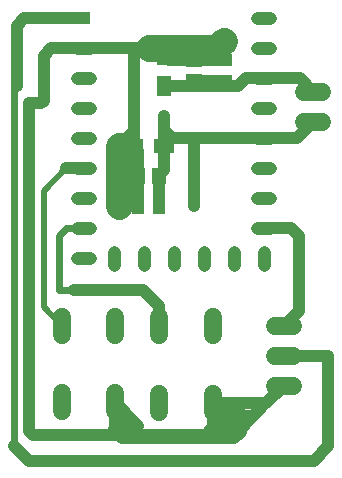
<source format=gbr>
G04 EAGLE Gerber RS-274X export*
G75*
%MOMM*%
%FSLAX34Y34*%
%LPD*%
%INBottom Copper*%
%IPPOS*%
%AMOC8*
5,1,8,0,0,1.08239X$1,22.5*%
G01*
G04 Define Apertures*
%ADD10R,1.164600X1.465300*%
%ADD11R,1.465300X1.164600*%
%ADD12R,1.795500X1.188700*%
%ADD13R,1.188700X1.795500*%
%ADD14C,1.524000*%
%ADD15R,1.031200X1.420200*%
%ADD16R,1.420200X1.031200*%
%ADD17R,1.108000X1.108000*%
%ADD18C,1.108000*%
%ADD19C,1.016000*%
%ADD20C,0.508000*%
%ADD21C,0.609600*%
%ADD22C,2.286000*%
%ADD23C,1.270000*%
D10*
X135754Y254000D03*
X118246Y254000D03*
D11*
X165100Y334146D03*
X165100Y351654D03*
D12*
X140099Y279400D03*
X113901Y279400D03*
D13*
X139700Y329801D03*
X139700Y355999D03*
D14*
X258880Y299520D02*
X274120Y299520D01*
X274120Y324920D02*
X258880Y324920D01*
D15*
X136195Y228600D03*
X117805Y228600D03*
D16*
X190500Y333705D03*
X190500Y352095D03*
D14*
X233680Y76200D02*
X248920Y76200D01*
X248920Y101600D02*
X233680Y101600D01*
X233680Y127000D02*
X248920Y127000D01*
X98806Y134620D02*
X98806Y119380D01*
X53594Y119380D02*
X53594Y134620D01*
X98806Y69596D02*
X98806Y54356D01*
X53594Y54356D02*
X53594Y69596D01*
X181356Y118872D02*
X181356Y134112D01*
X136144Y134112D02*
X136144Y118872D01*
X181356Y69088D02*
X181356Y53848D01*
X136144Y53848D02*
X136144Y69088D01*
D17*
X72040Y387400D03*
D18*
X66500Y362000D02*
X77580Y362000D01*
X77580Y336600D02*
X66500Y336600D01*
X66500Y311200D02*
X77580Y311200D01*
X77580Y285800D02*
X66500Y285800D01*
X66500Y260400D02*
X77580Y260400D01*
X77580Y235000D02*
X66500Y235000D01*
X66500Y209600D02*
X77580Y209600D01*
X77580Y184200D02*
X66500Y184200D01*
X97440Y178660D02*
X97440Y189740D01*
X122840Y189740D02*
X122840Y178660D01*
X148240Y178660D02*
X148240Y189740D01*
X173640Y189740D02*
X173640Y178660D01*
X199040Y178660D02*
X199040Y189740D01*
X224440Y189740D02*
X224440Y178660D01*
X229980Y209600D02*
X218900Y209600D01*
X218900Y235000D02*
X229980Y235000D01*
X229980Y260400D02*
X218900Y260400D01*
X218900Y285800D02*
X229980Y285800D01*
X229980Y311200D02*
X218900Y311200D01*
X218900Y336600D02*
X229980Y336600D01*
X229980Y362000D02*
X218900Y362000D01*
X218900Y387400D02*
X229980Y387400D01*
D19*
X72040Y260400D02*
X57200Y260400D01*
D20*
X38100Y241300D02*
X38100Y142494D01*
X53594Y127000D01*
X38100Y241300D02*
X57200Y260400D01*
D21*
X57200Y209600D02*
X72040Y209600D01*
X57200Y209600D02*
X50800Y203200D01*
X50800Y157480D01*
X63500Y157480D01*
D19*
X136144Y143256D02*
X136144Y126492D01*
X136144Y143256D02*
X121920Y157480D01*
X63500Y157480D01*
X72040Y362000D02*
X114300Y362000D01*
X127000Y362000D01*
X133699Y362000D01*
X114300Y362000D02*
X113901Y361601D01*
X139700Y355999D02*
X144045Y351654D01*
X165100Y351654D01*
X190059Y351654D01*
X190500Y352095D01*
X113901Y279400D02*
X118246Y275055D01*
X118246Y254000D01*
X117805Y253559D01*
X117805Y228600D01*
X113901Y279400D02*
X114300Y279799D01*
X114300Y292100D01*
X114300Y362000D01*
X25400Y315360D02*
X25400Y38100D01*
D21*
X222250Y57150D02*
X241300Y76200D01*
D19*
X226568Y61468D01*
X203200Y61468D02*
X190500Y61468D01*
X181356Y61468D01*
X214884Y49784D02*
X222250Y57150D01*
X214884Y49784D02*
X203200Y38100D01*
X118491Y42291D02*
X98806Y61976D01*
X98806Y39116D02*
X98806Y35306D01*
X98806Y39116D02*
X98806Y61976D01*
X29210Y34290D02*
X25400Y38100D01*
X29210Y34290D02*
X93980Y34290D01*
X98806Y39116D01*
X93980Y34290D02*
X105410Y34290D01*
X101600Y38100D01*
X101600Y50800D01*
X114300Y38100D01*
X178689Y31750D02*
X190500Y31750D01*
X190500Y38100D02*
X203200Y38100D01*
X190500Y38100D02*
X184912Y38100D01*
X181356Y41656D01*
X177800Y38100D01*
X181356Y41656D02*
X181356Y61468D01*
X184912Y57912D01*
X184912Y38100D01*
X190500Y38100D02*
X190500Y50800D01*
X190500Y61468D01*
X201168Y50800D01*
X202184Y49784D02*
X203200Y48768D01*
X203200Y38100D01*
X204216Y49784D02*
X202184Y49784D01*
X201168Y50800D01*
X190500Y50800D01*
X204216Y49784D02*
X214884Y49784D01*
X204216Y49784D02*
X203200Y50800D01*
X213868Y50800D01*
X214884Y49784D01*
X203200Y50800D02*
X203200Y61468D01*
X201168Y42418D02*
X190500Y31750D01*
X201168Y42418D02*
X201168Y50800D01*
X201168Y59436D02*
X203200Y61468D01*
X201168Y59436D02*
X201168Y50800D01*
X203200Y61468D02*
X226568Y61468D01*
X72040Y362000D02*
X44500Y362000D01*
X38100Y355600D01*
X38100Y317500D01*
X35960Y315360D01*
X25400Y315360D01*
X101600Y279400D02*
X114300Y292100D01*
D22*
X101600Y279400D02*
X101600Y228600D01*
X127000Y362000D02*
X184200Y362000D01*
X190500Y368300D01*
D23*
X198501Y33401D02*
X104521Y33401D01*
X98806Y39116D01*
X198501Y33401D02*
X203200Y38100D01*
D21*
X13208Y25400D02*
X13208Y328568D01*
D19*
X13208Y25400D02*
X25908Y12700D01*
X278692Y24692D02*
X278692Y101600D01*
X241300Y101600D01*
X72040Y387400D02*
X21640Y387400D01*
X15240Y381000D01*
X15240Y330200D01*
X25908Y12700D02*
X266700Y12700D01*
X278692Y24692D01*
X136195Y228600D02*
X136195Y253559D01*
X135754Y254000D01*
X140099Y258345D01*
X140099Y279400D01*
X146499Y285800D02*
X165100Y285800D01*
X224440Y285800D01*
X252780Y285800D01*
X266500Y299520D01*
X140099Y304401D02*
X140099Y279400D01*
X140099Y304401D02*
X139700Y304800D01*
X139700Y292599D01*
X146499Y285800D01*
X165100Y285800D02*
X165100Y228600D01*
X165541Y333705D02*
X190500Y333705D01*
X165541Y333705D02*
X165100Y334146D01*
X160755Y329801D01*
X139700Y329801D01*
X209600Y336600D02*
X224440Y336600D01*
X209600Y336600D02*
X202801Y329801D01*
X160755Y329801D01*
X224440Y336600D02*
X254820Y336600D01*
X266500Y324920D01*
X247600Y209600D02*
X224440Y209600D01*
X247600Y209600D02*
X254000Y203200D01*
X254000Y139700D01*
X241300Y127000D01*
M02*

</source>
